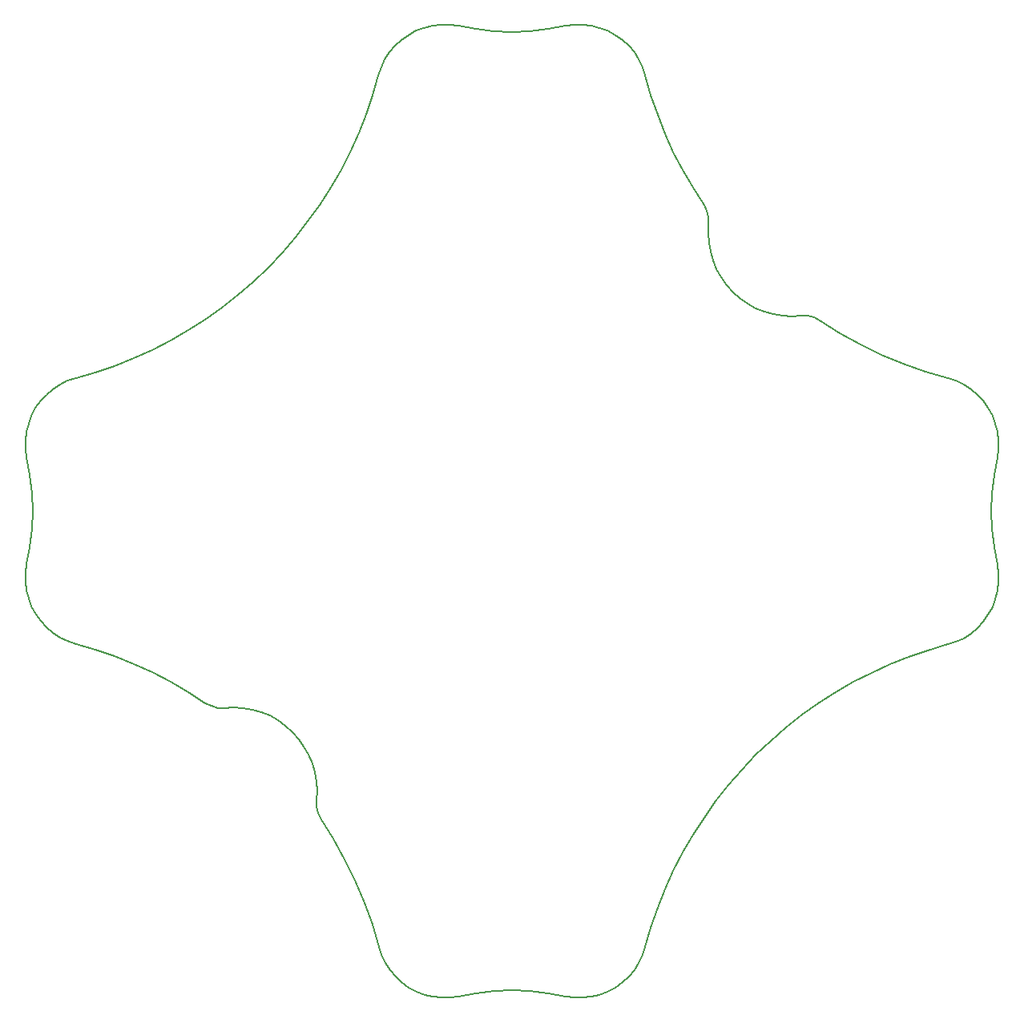
<source format=gm1>
%FSTAX23Y23*%
%MOIN*%
%SFA1B1*%

%IPPOS*%
%ADD16C,0.008000*%
%LNflightcontroller-1*%
%LPD*%
G54D16*
X02937Y0082D02*
X02976Y00813D01*
X03053Y00813D02*
X03081Y00813D01*
X02864Y00845D02*
X029Y0083D01*
X02937Y0082*
X03081Y00813D02*
X03108Y00806D01*
X03132Y00794*
X03014Y00811D02*
X03053Y00813D01*
X02976Y00813D02*
X03014Y00811D01*
X0272Y00973D02*
X02743Y00941D01*
X02769Y00912*
X02686Y01043D02*
X02701Y01007D01*
X0272Y00973*
X02798Y00886D02*
X0283Y00864D01*
X02864Y00845*
X02769Y00912D02*
X02798Y00886D01*
X0376Y00508D02*
X03787Y00485D01*
X03812Y00459*
X03698Y00543D02*
X0373Y00528D01*
X0376Y00508*
X03849Y00398D02*
X03862Y00365D01*
X03871Y0033*
X03812Y00459D02*
X03832Y0043D01*
X03849Y00398*
X033Y00695D02*
X03388Y00652D01*
X03478Y00615*
X03132Y00794D02*
X03215Y00742D01*
X033Y00695*
X0357Y00582D02*
X03664Y00554D01*
X03698Y00543*
X03478Y00615D02*
X0357Y00582D01*
X0228Y01982D02*
X02309Y01961D01*
X02336Y01937*
X02215Y02012D02*
X02248Y01999D01*
X0228Y01982*
X02378Y01879D02*
X02394Y01847D01*
X02405Y01813*
X02336Y01937D02*
X02359Y0191D01*
X02378Y01879*
X02145Y02024D02*
X0218Y0202D01*
X02215Y02012*
X02109Y02024D02*
X02145Y02024D01*
X02073Y02019D02*
X02109Y02024D01*
X01999Y02006D02*
X02073Y02019D01*
X01925Y01997D02*
X01999Y02006D01*
X0185Y01993D02*
X01925Y01997D01*
X02668Y01224D02*
X02668Y01196D01*
X02666Y01157D02*
X02668Y01196D01*
X02649Y01275D02*
X02662Y0125D01*
X02668Y01224*
X02669Y01118D02*
X02676Y0108D01*
X02686Y01043*
X02666Y01157D02*
X02669Y01118D01*
X02456Y01651D02*
X02487Y01572D01*
X02522Y01495*
X02405Y01813D02*
X02428Y01732D01*
X02456Y01651*
X02561Y0142D02*
X02603Y01346D01*
X02649Y01275*
X02522Y01495D02*
X02561Y0142D01*
X03871Y0033D02*
X03875Y00294D01*
X03874Y00258D02*
X03875Y00294D01*
X03869Y00223D02*
X03874Y00258D01*
X03857Y-00149D02*
X03869Y-00223D01*
X03874Y-00258D02*
X03875Y-00294D01*
X03871Y-0033D02*
X03875Y-00294D01*
X03869Y-00223D02*
X03874Y-00258D01*
X03862Y-00365D02*
X03871Y-0033D01*
X03857Y00149D02*
X03869Y00223D01*
X03848Y00074D02*
X03857Y00149D01*
X03843Y0D02*
X03848Y00074D01*
X03843Y0D02*
X03848Y-00074D01*
X03857Y-00149*
X03849Y-00398D02*
X03862Y-00365D01*
X03832Y-0043D02*
X03849Y-00398D01*
X03812Y-00459D02*
X03832Y-0043D01*
X03787Y-00485D02*
X03812Y-00459D01*
X0376Y-00508D02*
X03787Y-00485D01*
X0373Y-00528D02*
X0376Y-00508D01*
X03698Y-00543D02*
X0373Y-00528D01*
X03664Y-00554D02*
X03698Y-00543D01*
X03582Y-00578D02*
X03664Y-00554D01*
X03502Y-00605D02*
X03582Y-00578D01*
X03423Y-00637D02*
X03502Y-00605D01*
X03346Y-00672D02*
X03423Y-00637D01*
X0327Y-0071D02*
X03346Y-00672D01*
X03197Y-00753D02*
X0327Y-0071D01*
X03125Y-00798D02*
X03197Y-00753D01*
X03056Y-00847D02*
X03125Y-00798D01*
X0299Y-009D02*
X03056Y-00847D01*
X02926Y-00955D02*
X0299Y-009D01*
X02864Y-01014D02*
X02926Y-00955D01*
X02806Y-01075D02*
X02864Y-01014D01*
X0275Y-01139D02*
X02806Y-01075D01*
X02698Y-01206D02*
X0275Y-01139D01*
X02649Y-01275D02*
X02698Y-01206D01*
X02603Y-01346D02*
X02649Y-01275D01*
X02561Y-0142D02*
X02603Y-01346D01*
X02522Y-01495D02*
X02561Y-0142D01*
X02487Y-01573D02*
X02522Y-01495D01*
X02456Y-01651D02*
X02487Y-01573D01*
X02428Y-01732D02*
X02456Y-01651D01*
X02405Y-01813D02*
X02428Y-01732D01*
X02394Y-01847D02*
X02405Y-01813D01*
X02378Y-01879D02*
X02394Y-01847D01*
X02359Y-0191D02*
X02378Y-01879D01*
X02336Y-01937D02*
X02359Y-0191D01*
X02309Y-01961D02*
X02336Y-01937D01*
X0228Y-01982D02*
X02309Y-01961D01*
X02248Y-01999D02*
X0228Y-01982D01*
X02215Y-02012D02*
X02248Y-01999D01*
X01999Y-02006D02*
X02073Y-02019D01*
X0218Y-0202D02*
X02215Y-02012D01*
X0185Y-01993D02*
X01925Y-01997D01*
X01999Y-02006*
X02145Y-02024D02*
X0218Y-0202D01*
X02109Y-02024D02*
X02145Y-02024D01*
X02073Y-02019D02*
X02109Y-02024D01*
X01555Y02024D02*
X01591Y02024D01*
X01627Y02019*
X0152Y0202D02*
X01555Y02024D01*
X01485Y02012D02*
X0152Y0202D01*
X01701Y02006D02*
X01775Y01997D01*
X0185Y01993*
X01627Y02019D02*
X01701Y02006D01*
X01451Y01999D02*
X01485Y02012D01*
X0142Y01982D02*
X01451Y01999D01*
X01391Y01961D02*
X0142Y01982D01*
X01364Y01937D02*
X01391Y01961D01*
X01341Y0191D02*
X01364Y01937D01*
X01322Y01879D02*
X01341Y0191D01*
X01306Y01847D02*
X01322Y01879D01*
X01295Y01813D02*
X01306Y01847D01*
X01271Y01732D02*
X01295Y01813D01*
X01244Y01651D02*
X01271Y01732D01*
X01213Y01573D02*
X01244Y01651D01*
X01178Y01495D02*
X01213Y01573D01*
X01139Y0142D02*
X01178Y01495D01*
X01097Y01346D02*
X01139Y0142D01*
X01051Y01275D02*
X01097Y01346D01*
X01002Y01206D02*
X01051Y01275D01*
X0095Y01139D02*
X01002Y01206D01*
X00894Y01075D02*
X0095Y01139D01*
X00836Y01014D02*
X00894Y01075D01*
X00774Y00955D02*
X00836Y01014D01*
X0071Y009D02*
X00774Y00955D01*
X00643Y00847D02*
X0071Y009D01*
X00574Y00798D02*
X00643Y00847D01*
X00503Y00753D02*
X00574Y00798D01*
X00429Y0071D02*
X00503Y00753D01*
X00354Y00672D02*
X00429Y0071D01*
X00277Y00637D02*
X00354Y00672D01*
X00198Y00605D02*
X00277Y00637D01*
X00118Y00578D02*
X00198Y00605D01*
X00036Y00554D02*
X00118Y00578D01*
X00002Y00543D02*
X00036Y00554D01*
X-00029Y00528D02*
X00002Y00543D01*
X-00059Y00508D02*
X-00029Y00528D01*
X-00087Y00485D02*
X-00059Y00508D01*
X-00111Y00459D02*
X-00087Y00485D01*
X-00132Y0043D02*
X-00111Y00459D01*
X-00149Y00398D02*
X-00132Y0043D01*
X-00161Y00365D02*
X-00149Y00398D01*
X-00147Y00074D02*
X-00143Y0D01*
X-00147Y-00074D02*
X-00143Y0D01*
X-00169Y00223D02*
X-00156Y00149D01*
X-00147Y00074*
X-00156Y-00148D02*
X-00147Y-00074D01*
X-00168Y-00221D02*
X-00156Y-00148D01*
X-0017Y-00328D02*
X-00161Y-00363D01*
X-0017Y0033D02*
X-00161Y00365D01*
X-00174Y00258D02*
X-00169Y00223D01*
X-00174Y00294D02*
X-0017Y0033D01*
X-00174Y00294D02*
X-00174Y00258D01*
X-00173Y-00257D02*
X-00168Y-00221D01*
X-00174Y-00293D02*
X-0017Y-00328D01*
X-00174Y-00293D02*
X-00173Y-00257D01*
X01108Y-01364D02*
X01155Y-0145D01*
X01198Y-01537*
X01043Y-01257D02*
X01056Y-01282D01*
X01108Y-01364*
X01269Y-01719D02*
X01297Y-01813D01*
X01308Y-01847*
X01198Y-01537D02*
X01236Y-01628D01*
X01269Y-01719*
X0103Y-01087D02*
X01036Y-01125D01*
X01039Y-01164*
X01004Y-01013D02*
X01019Y-01049D01*
X0103Y-01087*
X01036Y-01203D02*
X01039Y-01164D01*
X01036Y-0123D02*
X01043Y-01257D01*
X01036Y-01203D02*
X01036Y-0123D01*
X01776Y-01997D02*
X0185Y-01993D01*
X01702Y-02006D02*
X01776Y-01997D01*
X01628Y-02019D02*
X01702Y-02006D01*
X01487Y-02012D02*
X01521Y-0202D01*
X01593Y-02024D02*
X01628Y-02019D01*
X01557Y-02024D02*
X01593Y-02024D01*
X01521Y-0202D02*
X01557Y-02024D01*
X01343Y-01909D02*
X01366Y-01937D01*
X01392Y-01961*
X01308Y-01847D02*
X01323Y-01879D01*
X01343Y-01909*
X01422Y-01982D02*
X01453Y-01999D01*
X01487Y-02012*
X01392Y-01961D02*
X01422Y-01982D01*
X00118Y-00577D02*
X00198Y-00604D01*
X00277Y-00636*
X00002Y-00541D02*
X00036Y-00553D01*
X00118Y-00577*
X0043Y-0071D02*
X00503Y-00753D01*
X00575Y-00798*
X00277Y-00636D02*
X00354Y-00671D01*
X0043Y-0071*
X-00131Y-00428D02*
X-00111Y-00457D01*
X-00086Y-00483*
X-00161Y-00363D02*
X-00148Y-00396D01*
X-00131Y-00428*
X-00059Y-00506D02*
X-00029Y-00526D01*
X00002Y-00541*
X-00086Y-00483D02*
X-00059Y-00506D01*
X00877Y-0087D02*
X00908Y-00893D01*
X00937Y-00919*
X00807Y-00836D02*
X00843Y-00851D01*
X00877Y-0087*
X00963Y-00948D02*
X00985Y-00979D01*
X01004Y-01013*
X00937Y-00919D02*
X00963Y-00948D01*
X00653Y-00818D02*
X00692Y-00816D01*
X00626Y-00818D02*
X00653Y-00818D01*
X00575Y-00798D02*
X00599Y-00811D01*
X00626Y-00818*
X00731Y-00818D02*
X00769Y-00825D01*
X00807Y-00836*
X00692Y-00816D02*
X00731Y-00818D01*
X02937Y0082D02*
X02976Y00813D01*
X03053Y00813D02*
X03081Y00813D01*
X02864Y00845D02*
X029Y0083D01*
X02937Y0082*
X03081Y00813D02*
X03108Y00806D01*
X03132Y00794*
X03014Y00811D02*
X03053Y00813D01*
X02976Y00813D02*
X03014Y00811D01*
X0272Y00973D02*
X02743Y00941D01*
X02769Y00912*
X02686Y01043D02*
X02701Y01007D01*
X0272Y00973*
X02798Y00886D02*
X0283Y00864D01*
X02864Y00845*
X02769Y00912D02*
X02798Y00886D01*
X0376Y00508D02*
X03787Y00485D01*
X03812Y00459*
X03698Y00543D02*
X0373Y00528D01*
X0376Y00508*
X03849Y00398D02*
X03862Y00365D01*
X03871Y0033*
X03812Y00459D02*
X03832Y0043D01*
X03849Y00398*
X033Y00695D02*
X03388Y00652D01*
X03478Y00615*
X03132Y00794D02*
X03215Y00742D01*
X033Y00695*
X0357Y00582D02*
X03664Y00554D01*
X03698Y00543*
X03478Y00615D02*
X0357Y00582D01*
X0228Y01982D02*
X02309Y01961D01*
X02336Y01937*
X02215Y02012D02*
X02248Y01999D01*
X0228Y01982*
X02378Y01879D02*
X02394Y01847D01*
X02405Y01813*
X02336Y01937D02*
X02359Y0191D01*
X02378Y01879*
X02145Y02024D02*
X0218Y0202D01*
X02215Y02012*
X02109Y02024D02*
X02145Y02024D01*
X02073Y02019D02*
X02109Y02024D01*
X01999Y02006D02*
X02073Y02019D01*
X01925Y01997D02*
X01999Y02006D01*
X0185Y01993D02*
X01925Y01997D01*
X02668Y01224D02*
X02668Y01196D01*
X02666Y01157D02*
X02668Y01196D01*
X02649Y01275D02*
X02662Y0125D01*
X02668Y01224*
X02669Y01118D02*
X02676Y0108D01*
X02686Y01043*
X02666Y01157D02*
X02669Y01118D01*
X02456Y01651D02*
X02487Y01572D01*
X02522Y01495*
X02405Y01813D02*
X02428Y01732D01*
X02456Y01651*
X02561Y0142D02*
X02603Y01346D01*
X02649Y01275*
X02522Y01495D02*
X02561Y0142D01*
X03871Y0033D02*
X03875Y00294D01*
X03874Y00258D02*
X03875Y00294D01*
X03869Y00223D02*
X03874Y00258D01*
X03857Y-00149D02*
X03869Y-00223D01*
X03874Y-00258D02*
X03875Y-00294D01*
X03871Y-0033D02*
X03875Y-00294D01*
X03869Y-00223D02*
X03874Y-00258D01*
X03862Y-00365D02*
X03871Y-0033D01*
X03857Y00149D02*
X03869Y00223D01*
X03848Y00074D02*
X03857Y00149D01*
X03843Y0D02*
X03848Y00074D01*
X03843Y0D02*
X03848Y-00074D01*
X03857Y-00149*
X03849Y-00398D02*
X03862Y-00365D01*
X03832Y-0043D02*
X03849Y-00398D01*
X03812Y-00459D02*
X03832Y-0043D01*
X03787Y-00485D02*
X03812Y-00459D01*
X0376Y-00508D02*
X03787Y-00485D01*
X0373Y-00528D02*
X0376Y-00508D01*
X03698Y-00543D02*
X0373Y-00528D01*
X03664Y-00554D02*
X03698Y-00543D01*
X03582Y-00578D02*
X03664Y-00554D01*
X03502Y-00605D02*
X03582Y-00578D01*
X03423Y-00637D02*
X03502Y-00605D01*
X03346Y-00672D02*
X03423Y-00637D01*
X0327Y-0071D02*
X03346Y-00672D01*
X03197Y-00753D02*
X0327Y-0071D01*
X03125Y-00798D02*
X03197Y-00753D01*
X03056Y-00847D02*
X03125Y-00798D01*
X0299Y-009D02*
X03056Y-00847D01*
X02926Y-00955D02*
X0299Y-009D01*
X02864Y-01014D02*
X02926Y-00955D01*
X02806Y-01075D02*
X02864Y-01014D01*
X0275Y-01139D02*
X02806Y-01075D01*
X02698Y-01206D02*
X0275Y-01139D01*
X02649Y-01275D02*
X02698Y-01206D01*
X02603Y-01346D02*
X02649Y-01275D01*
X02561Y-0142D02*
X02603Y-01346D01*
X02522Y-01495D02*
X02561Y-0142D01*
X02487Y-01573D02*
X02522Y-01495D01*
X02456Y-01651D02*
X02487Y-01573D01*
X02428Y-01732D02*
X02456Y-01651D01*
X02405Y-01813D02*
X02428Y-01732D01*
X02394Y-01847D02*
X02405Y-01813D01*
X02378Y-01879D02*
X02394Y-01847D01*
X02359Y-0191D02*
X02378Y-01879D01*
X02336Y-01937D02*
X02359Y-0191D01*
X02309Y-01961D02*
X02336Y-01937D01*
X0228Y-01982D02*
X02309Y-01961D01*
X02248Y-01999D02*
X0228Y-01982D01*
X02215Y-02012D02*
X02248Y-01999D01*
X01999Y-02006D02*
X02073Y-02019D01*
X0218Y-0202D02*
X02215Y-02012D01*
X0185Y-01993D02*
X01925Y-01997D01*
X01999Y-02006*
X02145Y-02024D02*
X0218Y-0202D01*
X02109Y-02024D02*
X02145Y-02024D01*
X02073Y-02019D02*
X02109Y-02024D01*
X01555Y02024D02*
X01591Y02024D01*
X01627Y02019*
X0152Y0202D02*
X01555Y02024D01*
X01485Y02012D02*
X0152Y0202D01*
X01701Y02006D02*
X01775Y01997D01*
X0185Y01993*
X01627Y02019D02*
X01701Y02006D01*
X01451Y01999D02*
X01485Y02012D01*
X0142Y01982D02*
X01451Y01999D01*
X01391Y01961D02*
X0142Y01982D01*
X01364Y01937D02*
X01391Y01961D01*
X01341Y0191D02*
X01364Y01937D01*
X01322Y01879D02*
X01341Y0191D01*
X01306Y01847D02*
X01322Y01879D01*
X01295Y01813D02*
X01306Y01847D01*
X01271Y01732D02*
X01295Y01813D01*
X01244Y01651D02*
X01271Y01732D01*
X01213Y01573D02*
X01244Y01651D01*
X01178Y01495D02*
X01213Y01573D01*
X01139Y0142D02*
X01178Y01495D01*
X01097Y01346D02*
X01139Y0142D01*
X01051Y01275D02*
X01097Y01346D01*
X01002Y01206D02*
X01051Y01275D01*
X0095Y01139D02*
X01002Y01206D01*
X00894Y01075D02*
X0095Y01139D01*
X00836Y01014D02*
X00894Y01075D01*
X00774Y00955D02*
X00836Y01014D01*
X0071Y009D02*
X00774Y00955D01*
X00643Y00847D02*
X0071Y009D01*
X00574Y00798D02*
X00643Y00847D01*
X00503Y00753D02*
X00574Y00798D01*
X00429Y0071D02*
X00503Y00753D01*
X00354Y00672D02*
X00429Y0071D01*
X00277Y00637D02*
X00354Y00672D01*
X00198Y00605D02*
X00277Y00637D01*
X00118Y00578D02*
X00198Y00605D01*
X00036Y00554D02*
X00118Y00578D01*
X00002Y00543D02*
X00036Y00554D01*
X-00029Y00528D02*
X00002Y00543D01*
X-00059Y00508D02*
X-00029Y00528D01*
X-00087Y00485D02*
X-00059Y00508D01*
X-00111Y00459D02*
X-00087Y00485D01*
X-00132Y0043D02*
X-00111Y00459D01*
X-00149Y00398D02*
X-00132Y0043D01*
X-00161Y00365D02*
X-00149Y00398D01*
X-00147Y00074D02*
X-00143Y0D01*
X-00147Y-00074D02*
X-00143Y0D01*
X-00169Y00223D02*
X-00156Y00149D01*
X-00147Y00074*
X-00156Y-00148D02*
X-00147Y-00074D01*
X-00168Y-00221D02*
X-00156Y-00148D01*
X-0017Y-00328D02*
X-00161Y-00363D01*
X-0017Y0033D02*
X-00161Y00365D01*
X-00174Y00258D02*
X-00169Y00223D01*
X-00174Y00294D02*
X-0017Y0033D01*
X-00174Y00294D02*
X-00174Y00258D01*
X-00173Y-00257D02*
X-00168Y-00221D01*
X-00174Y-00293D02*
X-0017Y-00328D01*
X-00174Y-00293D02*
X-00173Y-00257D01*
X01108Y-01364D02*
X01155Y-0145D01*
X01198Y-01537*
X01043Y-01257D02*
X01056Y-01282D01*
X01108Y-01364*
X01269Y-01719D02*
X01297Y-01813D01*
X01308Y-01847*
X01198Y-01537D02*
X01236Y-01628D01*
X01269Y-01719*
X0103Y-01087D02*
X01036Y-01125D01*
X01039Y-01164*
X01004Y-01013D02*
X01019Y-01049D01*
X0103Y-01087*
X01036Y-01203D02*
X01039Y-01164D01*
X01036Y-0123D02*
X01043Y-01257D01*
X01036Y-01203D02*
X01036Y-0123D01*
X01776Y-01997D02*
X0185Y-01993D01*
X01702Y-02006D02*
X01776Y-01997D01*
X01628Y-02019D02*
X01702Y-02006D01*
X01487Y-02012D02*
X01521Y-0202D01*
X01593Y-02024D02*
X01628Y-02019D01*
X01557Y-02024D02*
X01593Y-02024D01*
X01521Y-0202D02*
X01557Y-02024D01*
X01343Y-01909D02*
X01366Y-01937D01*
X01392Y-01961*
X01308Y-01847D02*
X01323Y-01879D01*
X01343Y-01909*
X01422Y-01982D02*
X01453Y-01999D01*
X01487Y-02012*
X01392Y-01961D02*
X01422Y-01982D01*
X00118Y-00577D02*
X00198Y-00604D01*
X00277Y-00636*
X00002Y-00541D02*
X00036Y-00553D01*
X00118Y-00577*
X0043Y-0071D02*
X00503Y-00753D01*
X00575Y-00798*
X00277Y-00636D02*
X00354Y-00671D01*
X0043Y-0071*
X-00131Y-00428D02*
X-00111Y-00457D01*
X-00086Y-00483*
X-00161Y-00363D02*
X-00148Y-00396D01*
X-00131Y-00428*
X-00059Y-00506D02*
X-00029Y-00526D01*
X00002Y-00541*
X-00086Y-00483D02*
X-00059Y-00506D01*
X00877Y-0087D02*
X00908Y-00893D01*
X00937Y-00919*
X00807Y-00836D02*
X00843Y-00851D01*
X00877Y-0087*
X00963Y-00948D02*
X00985Y-00979D01*
X01004Y-01013*
X00937Y-00919D02*
X00963Y-00948D01*
X00653Y-00818D02*
X00692Y-00816D01*
X00626Y-00818D02*
X00653Y-00818D01*
X00575Y-00798D02*
X00599Y-00811D01*
X00626Y-00818*
X00731Y-00818D02*
X00769Y-00825D01*
X00807Y-00836*
X00692Y-00816D02*
X00731Y-00818D01*
M02*
</source>
